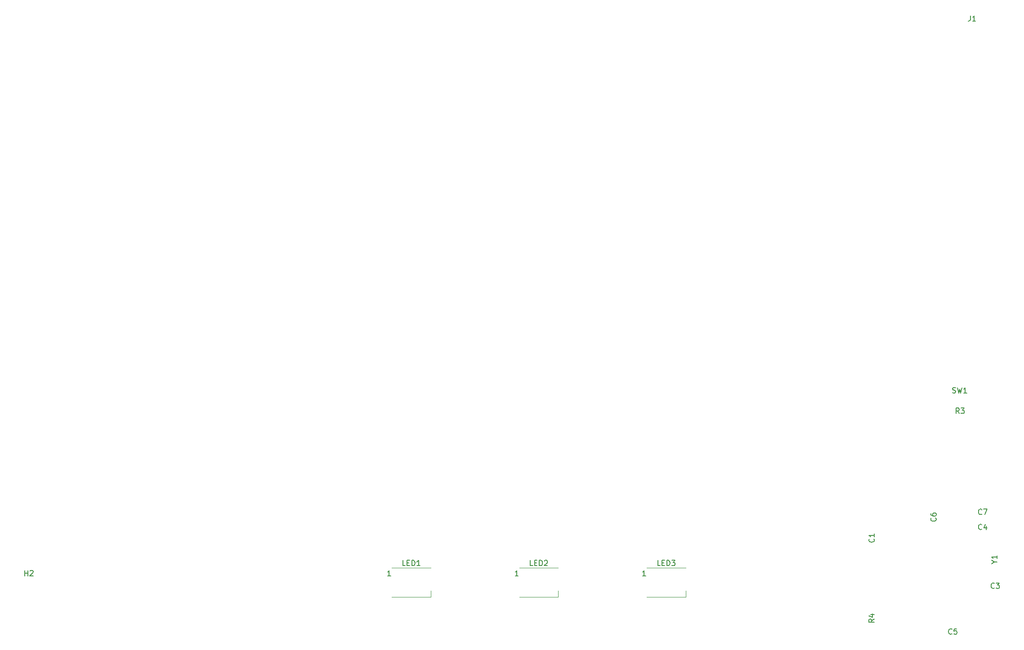
<source format=gbr>
%TF.GenerationSoftware,KiCad,Pcbnew,(6.99.0-5015-g618347ef50-dirty)*%
%TF.CreationDate,2022-12-25T02:45:33-05:00*%
%TF.ProjectId,necpc8801mkiisr,6e656370-6338-4383-9031-6d6b69697372,rev?*%
%TF.SameCoordinates,Original*%
%TF.FileFunction,Legend,Top*%
%TF.FilePolarity,Positive*%
%FSLAX46Y46*%
G04 Gerber Fmt 4.6, Leading zero omitted, Abs format (unit mm)*
G04 Created by KiCad (PCBNEW (6.99.0-5015-g618347ef50-dirty)) date 2022-12-25 02:45:33*
%MOMM*%
%LPD*%
G01*
G04 APERTURE LIST*
%ADD10C,0.150000*%
%ADD11C,0.120000*%
%ADD12R,1.500000X1.000000*%
%ADD13O,1.070000X1.800000*%
%ADD14R,1.070000X1.800000*%
%ADD15C,5.400000*%
%ADD16C,1.750000*%
%ADD17C,3.987800*%
%TA.AperFunction,Profile*%
%ADD18C,0.150000*%
%TD*%
%TA.AperFunction,Profile*%
%ADD19C,0.050000*%
%TD*%
G04 APERTURE END LIST*
D10*
%TO.C,LED1*%
X196980952Y-111492380D02*
X196504762Y-111492380D01*
X196504762Y-111492380D02*
X196504762Y-110492380D01*
X197314286Y-110968571D02*
X197647619Y-110968571D01*
X197790476Y-111492380D02*
X197314286Y-111492380D01*
X197314286Y-111492380D02*
X197314286Y-110492380D01*
X197314286Y-110492380D02*
X197790476Y-110492380D01*
X198219048Y-111492380D02*
X198219048Y-110492380D01*
X198219048Y-110492380D02*
X198457143Y-110492380D01*
X198457143Y-110492380D02*
X198600000Y-110540000D01*
X198600000Y-110540000D02*
X198695238Y-110635238D01*
X198695238Y-110635238D02*
X198742857Y-110730476D01*
X198742857Y-110730476D02*
X198790476Y-110920952D01*
X198790476Y-110920952D02*
X198790476Y-111063809D01*
X198790476Y-111063809D02*
X198742857Y-111254285D01*
X198742857Y-111254285D02*
X198695238Y-111349523D01*
X198695238Y-111349523D02*
X198600000Y-111444761D01*
X198600000Y-111444761D02*
X198457143Y-111492380D01*
X198457143Y-111492380D02*
X198219048Y-111492380D01*
X199742857Y-111492380D02*
X199171429Y-111492380D01*
X199457143Y-111492380D02*
X199457143Y-110492380D01*
X199457143Y-110492380D02*
X199361905Y-110635238D01*
X199361905Y-110635238D02*
X199266667Y-110730476D01*
X199266667Y-110730476D02*
X199171429Y-110778095D01*
X194235714Y-113392380D02*
X193664286Y-113392380D01*
X193950000Y-113392380D02*
X193950000Y-112392380D01*
X193950000Y-112392380D02*
X193854762Y-112535238D01*
X193854762Y-112535238D02*
X193759524Y-112630476D01*
X193759524Y-112630476D02*
X193664286Y-112678095D01*
%TO.C,LED2*%
X220980952Y-111492380D02*
X220504762Y-111492380D01*
X220504762Y-111492380D02*
X220504762Y-110492380D01*
X221314286Y-110968571D02*
X221647619Y-110968571D01*
X221790476Y-111492380D02*
X221314286Y-111492380D01*
X221314286Y-111492380D02*
X221314286Y-110492380D01*
X221314286Y-110492380D02*
X221790476Y-110492380D01*
X222219048Y-111492380D02*
X222219048Y-110492380D01*
X222219048Y-110492380D02*
X222457143Y-110492380D01*
X222457143Y-110492380D02*
X222600000Y-110540000D01*
X222600000Y-110540000D02*
X222695238Y-110635238D01*
X222695238Y-110635238D02*
X222742857Y-110730476D01*
X222742857Y-110730476D02*
X222790476Y-110920952D01*
X222790476Y-110920952D02*
X222790476Y-111063809D01*
X222790476Y-111063809D02*
X222742857Y-111254285D01*
X222742857Y-111254285D02*
X222695238Y-111349523D01*
X222695238Y-111349523D02*
X222600000Y-111444761D01*
X222600000Y-111444761D02*
X222457143Y-111492380D01*
X222457143Y-111492380D02*
X222219048Y-111492380D01*
X223171429Y-110587619D02*
X223219048Y-110540000D01*
X223219048Y-110540000D02*
X223314286Y-110492380D01*
X223314286Y-110492380D02*
X223552381Y-110492380D01*
X223552381Y-110492380D02*
X223647619Y-110540000D01*
X223647619Y-110540000D02*
X223695238Y-110587619D01*
X223695238Y-110587619D02*
X223742857Y-110682857D01*
X223742857Y-110682857D02*
X223742857Y-110778095D01*
X223742857Y-110778095D02*
X223695238Y-110920952D01*
X223695238Y-110920952D02*
X223123810Y-111492380D01*
X223123810Y-111492380D02*
X223742857Y-111492380D01*
X218235714Y-113392380D02*
X217664286Y-113392380D01*
X217950000Y-113392380D02*
X217950000Y-112392380D01*
X217950000Y-112392380D02*
X217854762Y-112535238D01*
X217854762Y-112535238D02*
X217759524Y-112630476D01*
X217759524Y-112630476D02*
X217664286Y-112678095D01*
%TO.C,LED3*%
X244980952Y-111492380D02*
X244504762Y-111492380D01*
X244504762Y-111492380D02*
X244504762Y-110492380D01*
X245314286Y-110968571D02*
X245647619Y-110968571D01*
X245790476Y-111492380D02*
X245314286Y-111492380D01*
X245314286Y-111492380D02*
X245314286Y-110492380D01*
X245314286Y-110492380D02*
X245790476Y-110492380D01*
X246219048Y-111492380D02*
X246219048Y-110492380D01*
X246219048Y-110492380D02*
X246457143Y-110492380D01*
X246457143Y-110492380D02*
X246600000Y-110540000D01*
X246600000Y-110540000D02*
X246695238Y-110635238D01*
X246695238Y-110635238D02*
X246742857Y-110730476D01*
X246742857Y-110730476D02*
X246790476Y-110920952D01*
X246790476Y-110920952D02*
X246790476Y-111063809D01*
X246790476Y-111063809D02*
X246742857Y-111254285D01*
X246742857Y-111254285D02*
X246695238Y-111349523D01*
X246695238Y-111349523D02*
X246600000Y-111444761D01*
X246600000Y-111444761D02*
X246457143Y-111492380D01*
X246457143Y-111492380D02*
X246219048Y-111492380D01*
X247123810Y-110492380D02*
X247742857Y-110492380D01*
X247742857Y-110492380D02*
X247409524Y-110873333D01*
X247409524Y-110873333D02*
X247552381Y-110873333D01*
X247552381Y-110873333D02*
X247647619Y-110920952D01*
X247647619Y-110920952D02*
X247695238Y-110968571D01*
X247695238Y-110968571D02*
X247742857Y-111063809D01*
X247742857Y-111063809D02*
X247742857Y-111301904D01*
X247742857Y-111301904D02*
X247695238Y-111397142D01*
X247695238Y-111397142D02*
X247647619Y-111444761D01*
X247647619Y-111444761D02*
X247552381Y-111492380D01*
X247552381Y-111492380D02*
X247266667Y-111492380D01*
X247266667Y-111492380D02*
X247171429Y-111444761D01*
X247171429Y-111444761D02*
X247123810Y-111397142D01*
X242235714Y-113392380D02*
X241664286Y-113392380D01*
X241950000Y-113392380D02*
X241950000Y-112392380D01*
X241950000Y-112392380D02*
X241854762Y-112535238D01*
X241854762Y-112535238D02*
X241759524Y-112630476D01*
X241759524Y-112630476D02*
X241664286Y-112678095D01*
%TO.C,H2*%
X125338095Y-113392380D02*
X125338095Y-112392380D01*
X125338095Y-112868571D02*
X125909523Y-112868571D01*
X125909523Y-113392380D02*
X125909523Y-112392380D01*
X126338095Y-112487619D02*
X126385714Y-112440000D01*
X126385714Y-112440000D02*
X126480952Y-112392380D01*
X126480952Y-112392380D02*
X126719047Y-112392380D01*
X126719047Y-112392380D02*
X126814285Y-112440000D01*
X126814285Y-112440000D02*
X126861904Y-112487619D01*
X126861904Y-112487619D02*
X126909523Y-112582857D01*
X126909523Y-112582857D02*
X126909523Y-112678095D01*
X126909523Y-112678095D02*
X126861904Y-112820952D01*
X126861904Y-112820952D02*
X126290476Y-113392380D01*
X126290476Y-113392380D02*
X126909523Y-113392380D01*
%TO.C,SW1*%
X300016667Y-78869761D02*
X300159524Y-78917380D01*
X300159524Y-78917380D02*
X300397619Y-78917380D01*
X300397619Y-78917380D02*
X300492857Y-78869761D01*
X300492857Y-78869761D02*
X300540476Y-78822142D01*
X300540476Y-78822142D02*
X300588095Y-78726904D01*
X300588095Y-78726904D02*
X300588095Y-78631666D01*
X300588095Y-78631666D02*
X300540476Y-78536428D01*
X300540476Y-78536428D02*
X300492857Y-78488809D01*
X300492857Y-78488809D02*
X300397619Y-78441190D01*
X300397619Y-78441190D02*
X300207143Y-78393571D01*
X300207143Y-78393571D02*
X300111905Y-78345952D01*
X300111905Y-78345952D02*
X300064286Y-78298333D01*
X300064286Y-78298333D02*
X300016667Y-78203095D01*
X300016667Y-78203095D02*
X300016667Y-78107857D01*
X300016667Y-78107857D02*
X300064286Y-78012619D01*
X300064286Y-78012619D02*
X300111905Y-77965000D01*
X300111905Y-77965000D02*
X300207143Y-77917380D01*
X300207143Y-77917380D02*
X300445238Y-77917380D01*
X300445238Y-77917380D02*
X300588095Y-77965000D01*
X300921429Y-77917380D02*
X301159524Y-78917380D01*
X301159524Y-78917380D02*
X301350000Y-78203095D01*
X301350000Y-78203095D02*
X301540476Y-78917380D01*
X301540476Y-78917380D02*
X301778572Y-77917380D01*
X302683333Y-78917380D02*
X302111905Y-78917380D01*
X302397619Y-78917380D02*
X302397619Y-77917380D01*
X302397619Y-77917380D02*
X302302381Y-78060238D01*
X302302381Y-78060238D02*
X302207143Y-78155476D01*
X302207143Y-78155476D02*
X302111905Y-78203095D01*
%TO.C,C1*%
X285174285Y-106446288D02*
X285221904Y-106493907D01*
X285221904Y-106493907D02*
X285269523Y-106636764D01*
X285269523Y-106636764D02*
X285269523Y-106732002D01*
X285269523Y-106732002D02*
X285221904Y-106874859D01*
X285221904Y-106874859D02*
X285126666Y-106970097D01*
X285126666Y-106970097D02*
X285031428Y-107017716D01*
X285031428Y-107017716D02*
X284840952Y-107065335D01*
X284840952Y-107065335D02*
X284698095Y-107065335D01*
X284698095Y-107065335D02*
X284507619Y-107017716D01*
X284507619Y-107017716D02*
X284412381Y-106970097D01*
X284412381Y-106970097D02*
X284317143Y-106874859D01*
X284317143Y-106874859D02*
X284269523Y-106732002D01*
X284269523Y-106732002D02*
X284269523Y-106636764D01*
X284269523Y-106636764D02*
X284317143Y-106493907D01*
X284317143Y-106493907D02*
X284364762Y-106446288D01*
X285269523Y-105493907D02*
X285269523Y-106065335D01*
X285269523Y-105779621D02*
X284269523Y-105779621D01*
X284269523Y-105779621D02*
X284412381Y-105874859D01*
X284412381Y-105874859D02*
X284507619Y-105970097D01*
X284507619Y-105970097D02*
X284555238Y-106065335D01*
%TO.C,C5*%
X299877476Y-124299764D02*
X299829857Y-124347383D01*
X299829857Y-124347383D02*
X299687000Y-124395002D01*
X299687000Y-124395002D02*
X299591762Y-124395002D01*
X299591762Y-124395002D02*
X299448905Y-124347383D01*
X299448905Y-124347383D02*
X299353667Y-124252145D01*
X299353667Y-124252145D02*
X299306048Y-124156907D01*
X299306048Y-124156907D02*
X299258429Y-123966431D01*
X299258429Y-123966431D02*
X299258429Y-123823574D01*
X299258429Y-123823574D02*
X299306048Y-123633098D01*
X299306048Y-123633098D02*
X299353667Y-123537860D01*
X299353667Y-123537860D02*
X299448905Y-123442622D01*
X299448905Y-123442622D02*
X299591762Y-123395002D01*
X299591762Y-123395002D02*
X299687000Y-123395002D01*
X299687000Y-123395002D02*
X299829857Y-123442622D01*
X299829857Y-123442622D02*
X299877476Y-123490241D01*
X300782238Y-123395002D02*
X300306048Y-123395002D01*
X300306048Y-123395002D02*
X300258429Y-123871193D01*
X300258429Y-123871193D02*
X300306048Y-123823574D01*
X300306048Y-123823574D02*
X300401286Y-123775955D01*
X300401286Y-123775955D02*
X300639381Y-123775955D01*
X300639381Y-123775955D02*
X300734619Y-123823574D01*
X300734619Y-123823574D02*
X300782238Y-123871193D01*
X300782238Y-123871193D02*
X300829857Y-123966431D01*
X300829857Y-123966431D02*
X300829857Y-124204526D01*
X300829857Y-124204526D02*
X300782238Y-124299764D01*
X300782238Y-124299764D02*
X300734619Y-124347383D01*
X300734619Y-124347383D02*
X300639381Y-124395002D01*
X300639381Y-124395002D02*
X300401286Y-124395002D01*
X300401286Y-124395002D02*
X300306048Y-124347383D01*
X300306048Y-124347383D02*
X300258429Y-124299764D01*
%TO.C,C6*%
X296811765Y-102510433D02*
X296859384Y-102558052D01*
X296859384Y-102558052D02*
X296907003Y-102700909D01*
X296907003Y-102700909D02*
X296907003Y-102796147D01*
X296907003Y-102796147D02*
X296859384Y-102939004D01*
X296859384Y-102939004D02*
X296764146Y-103034242D01*
X296764146Y-103034242D02*
X296668908Y-103081861D01*
X296668908Y-103081861D02*
X296478432Y-103129480D01*
X296478432Y-103129480D02*
X296335575Y-103129480D01*
X296335575Y-103129480D02*
X296145099Y-103081861D01*
X296145099Y-103081861D02*
X296049861Y-103034242D01*
X296049861Y-103034242D02*
X295954623Y-102939004D01*
X295954623Y-102939004D02*
X295907003Y-102796147D01*
X295907003Y-102796147D02*
X295907003Y-102700909D01*
X295907003Y-102700909D02*
X295954623Y-102558052D01*
X295954623Y-102558052D02*
X296002242Y-102510433D01*
X295907003Y-101653290D02*
X295907003Y-101843766D01*
X295907003Y-101843766D02*
X295954623Y-101939004D01*
X295954623Y-101939004D02*
X296002242Y-101986623D01*
X296002242Y-101986623D02*
X296145099Y-102081861D01*
X296145099Y-102081861D02*
X296335575Y-102129480D01*
X296335575Y-102129480D02*
X296716527Y-102129480D01*
X296716527Y-102129480D02*
X296811765Y-102081861D01*
X296811765Y-102081861D02*
X296859384Y-102034242D01*
X296859384Y-102034242D02*
X296907003Y-101939004D01*
X296907003Y-101939004D02*
X296907003Y-101748528D01*
X296907003Y-101748528D02*
X296859384Y-101653290D01*
X296859384Y-101653290D02*
X296811765Y-101605671D01*
X296811765Y-101605671D02*
X296716527Y-101558052D01*
X296716527Y-101558052D02*
X296478432Y-101558052D01*
X296478432Y-101558052D02*
X296383194Y-101605671D01*
X296383194Y-101605671D02*
X296335575Y-101653290D01*
X296335575Y-101653290D02*
X296287956Y-101748528D01*
X296287956Y-101748528D02*
X296287956Y-101939004D01*
X296287956Y-101939004D02*
X296335575Y-102034242D01*
X296335575Y-102034242D02*
X296383194Y-102081861D01*
X296383194Y-102081861D02*
X296478432Y-102129480D01*
%TO.C,C7*%
X305517833Y-101740142D02*
X305470214Y-101787761D01*
X305470214Y-101787761D02*
X305327357Y-101835380D01*
X305327357Y-101835380D02*
X305232119Y-101835380D01*
X305232119Y-101835380D02*
X305089262Y-101787761D01*
X305089262Y-101787761D02*
X304994024Y-101692523D01*
X304994024Y-101692523D02*
X304946405Y-101597285D01*
X304946405Y-101597285D02*
X304898786Y-101406809D01*
X304898786Y-101406809D02*
X304898786Y-101263952D01*
X304898786Y-101263952D02*
X304946405Y-101073476D01*
X304946405Y-101073476D02*
X304994024Y-100978238D01*
X304994024Y-100978238D02*
X305089262Y-100883000D01*
X305089262Y-100883000D02*
X305232119Y-100835380D01*
X305232119Y-100835380D02*
X305327357Y-100835380D01*
X305327357Y-100835380D02*
X305470214Y-100883000D01*
X305470214Y-100883000D02*
X305517833Y-100930619D01*
X305851167Y-100835380D02*
X306517833Y-100835380D01*
X306517833Y-100835380D02*
X306089262Y-101835380D01*
%TO.C,J1*%
X303341666Y-7847380D02*
X303341666Y-8561666D01*
X303341666Y-8561666D02*
X303294047Y-8704523D01*
X303294047Y-8704523D02*
X303198809Y-8799761D01*
X303198809Y-8799761D02*
X303055952Y-8847380D01*
X303055952Y-8847380D02*
X302960714Y-8847380D01*
X304341666Y-8847380D02*
X303770238Y-8847380D01*
X304055952Y-8847380D02*
X304055952Y-7847380D01*
X304055952Y-7847380D02*
X303960714Y-7990238D01*
X303960714Y-7990238D02*
X303865476Y-8085476D01*
X303865476Y-8085476D02*
X303770238Y-8133095D01*
%TO.C,R3*%
X301258333Y-82792380D02*
X300925000Y-82316190D01*
X300686905Y-82792380D02*
X300686905Y-81792380D01*
X300686905Y-81792380D02*
X301067857Y-81792380D01*
X301067857Y-81792380D02*
X301163095Y-81840000D01*
X301163095Y-81840000D02*
X301210714Y-81887619D01*
X301210714Y-81887619D02*
X301258333Y-81982857D01*
X301258333Y-81982857D02*
X301258333Y-82125714D01*
X301258333Y-82125714D02*
X301210714Y-82220952D01*
X301210714Y-82220952D02*
X301163095Y-82268571D01*
X301163095Y-82268571D02*
X301067857Y-82316190D01*
X301067857Y-82316190D02*
X300686905Y-82316190D01*
X301591667Y-81792380D02*
X302210714Y-81792380D01*
X302210714Y-81792380D02*
X301877381Y-82173333D01*
X301877381Y-82173333D02*
X302020238Y-82173333D01*
X302020238Y-82173333D02*
X302115476Y-82220952D01*
X302115476Y-82220952D02*
X302163095Y-82268571D01*
X302163095Y-82268571D02*
X302210714Y-82363809D01*
X302210714Y-82363809D02*
X302210714Y-82601904D01*
X302210714Y-82601904D02*
X302163095Y-82697142D01*
X302163095Y-82697142D02*
X302115476Y-82744761D01*
X302115476Y-82744761D02*
X302020238Y-82792380D01*
X302020238Y-82792380D02*
X301734524Y-82792380D01*
X301734524Y-82792380D02*
X301639286Y-82744761D01*
X301639286Y-82744761D02*
X301591667Y-82697142D01*
%TO.C,R4*%
X285267380Y-121554166D02*
X284791190Y-121887499D01*
X285267380Y-122125594D02*
X284267380Y-122125594D01*
X284267380Y-122125594D02*
X284267380Y-121744642D01*
X284267380Y-121744642D02*
X284315000Y-121649404D01*
X284315000Y-121649404D02*
X284362619Y-121601785D01*
X284362619Y-121601785D02*
X284457857Y-121554166D01*
X284457857Y-121554166D02*
X284600714Y-121554166D01*
X284600714Y-121554166D02*
X284695952Y-121601785D01*
X284695952Y-121601785D02*
X284743571Y-121649404D01*
X284743571Y-121649404D02*
X284791190Y-121744642D01*
X284791190Y-121744642D02*
X284791190Y-122125594D01*
X284600714Y-120697023D02*
X285267380Y-120697023D01*
X284219761Y-120935118D02*
X284934047Y-121173213D01*
X284934047Y-121173213D02*
X284934047Y-120554166D01*
%TO.C,Y1*%
X307869440Y-110761690D02*
X308345630Y-110761690D01*
X307345630Y-111095023D02*
X307869440Y-110761690D01*
X307869440Y-110761690D02*
X307345630Y-110428357D01*
X308345630Y-109571214D02*
X308345630Y-110142642D01*
X308345630Y-109856928D02*
X307345630Y-109856928D01*
X307345630Y-109856928D02*
X307488488Y-109952166D01*
X307488488Y-109952166D02*
X307583726Y-110047404D01*
X307583726Y-110047404D02*
X307631345Y-110142642D01*
%TO.C,C3*%
X307873333Y-115667142D02*
X307825714Y-115714761D01*
X307825714Y-115714761D02*
X307682857Y-115762380D01*
X307682857Y-115762380D02*
X307587619Y-115762380D01*
X307587619Y-115762380D02*
X307444762Y-115714761D01*
X307444762Y-115714761D02*
X307349524Y-115619523D01*
X307349524Y-115619523D02*
X307301905Y-115524285D01*
X307301905Y-115524285D02*
X307254286Y-115333809D01*
X307254286Y-115333809D02*
X307254286Y-115190952D01*
X307254286Y-115190952D02*
X307301905Y-115000476D01*
X307301905Y-115000476D02*
X307349524Y-114905238D01*
X307349524Y-114905238D02*
X307444762Y-114810000D01*
X307444762Y-114810000D02*
X307587619Y-114762380D01*
X307587619Y-114762380D02*
X307682857Y-114762380D01*
X307682857Y-114762380D02*
X307825714Y-114810000D01*
X307825714Y-114810000D02*
X307873333Y-114857619D01*
X308206667Y-114762380D02*
X308825714Y-114762380D01*
X308825714Y-114762380D02*
X308492381Y-115143333D01*
X308492381Y-115143333D02*
X308635238Y-115143333D01*
X308635238Y-115143333D02*
X308730476Y-115190952D01*
X308730476Y-115190952D02*
X308778095Y-115238571D01*
X308778095Y-115238571D02*
X308825714Y-115333809D01*
X308825714Y-115333809D02*
X308825714Y-115571904D01*
X308825714Y-115571904D02*
X308778095Y-115667142D01*
X308778095Y-115667142D02*
X308730476Y-115714761D01*
X308730476Y-115714761D02*
X308635238Y-115762380D01*
X308635238Y-115762380D02*
X308349524Y-115762380D01*
X308349524Y-115762380D02*
X308254286Y-115714761D01*
X308254286Y-115714761D02*
X308206667Y-115667142D01*
%TO.C,C4*%
X305517833Y-104602642D02*
X305470214Y-104650261D01*
X305470214Y-104650261D02*
X305327357Y-104697880D01*
X305327357Y-104697880D02*
X305232119Y-104697880D01*
X305232119Y-104697880D02*
X305089262Y-104650261D01*
X305089262Y-104650261D02*
X304994024Y-104555023D01*
X304994024Y-104555023D02*
X304946405Y-104459785D01*
X304946405Y-104459785D02*
X304898786Y-104269309D01*
X304898786Y-104269309D02*
X304898786Y-104126452D01*
X304898786Y-104126452D02*
X304946405Y-103935976D01*
X304946405Y-103935976D02*
X304994024Y-103840738D01*
X304994024Y-103840738D02*
X305089262Y-103745500D01*
X305089262Y-103745500D02*
X305232119Y-103697880D01*
X305232119Y-103697880D02*
X305327357Y-103697880D01*
X305327357Y-103697880D02*
X305470214Y-103745500D01*
X305470214Y-103745500D02*
X305517833Y-103793119D01*
X306374976Y-104031214D02*
X306374976Y-104697880D01*
X306136881Y-103650261D02*
X305898786Y-104364547D01*
X305898786Y-104364547D02*
X306517833Y-104364547D01*
D11*
%TO.C,LED1*%
X194450000Y-111875000D02*
X201750000Y-111875000D01*
X194450000Y-117375000D02*
X201750000Y-117375000D01*
X201750000Y-117375000D02*
X201750000Y-116225000D01*
%TO.C,LED2*%
X218450000Y-111875000D02*
X225750000Y-111875000D01*
X218450000Y-117375000D02*
X225750000Y-117375000D01*
X225750000Y-117375000D02*
X225750000Y-116225000D01*
%TO.C,LED3*%
X242450000Y-111875000D02*
X249750000Y-111875000D01*
X242450000Y-117375000D02*
X249750000Y-117375000D01*
X249750000Y-117375000D02*
X249750000Y-116225000D01*
%TD*%
%LPC*%
D12*
%TO.C,LED1*%
X195649999Y-113024999D03*
D13*
X198734999Y-114624999D03*
D12*
X195649999Y-116224999D03*
D13*
X196194999Y-114624999D03*
D14*
X197464999Y-114624999D03*
D12*
X200549999Y-116224999D03*
D13*
X200004999Y-114624999D03*
D12*
X200549999Y-113024999D03*
%TD*%
%TO.C,LED2*%
X219649999Y-113024999D03*
D13*
X222734999Y-114624999D03*
D12*
X219649999Y-116224999D03*
D13*
X220194999Y-114624999D03*
D14*
X221464999Y-114624999D03*
D12*
X224549999Y-116224999D03*
D13*
X224004999Y-114624999D03*
D12*
X224549999Y-113024999D03*
%TD*%
%TO.C,LED3*%
X243649999Y-113024999D03*
D13*
X246734999Y-114624999D03*
D12*
X243649999Y-116224999D03*
D13*
X244194999Y-114624999D03*
D14*
X245464999Y-114624999D03*
D12*
X248549999Y-116224999D03*
D13*
X248004999Y-114624999D03*
D12*
X248549999Y-113024999D03*
%TD*%
D15*
%TO.C,H2*%
X126100000Y-116725000D03*
%TD*%
D16*
%TO.C,SW_STP_1*%
X6140000Y-12050000D03*
D17*
X11220000Y-12050000D03*
D16*
X16300000Y-12050000D03*
%TD*%
%TO.C,SW_KPMULT_1*%
X371120000Y-59550000D03*
D17*
X376200000Y-59550000D03*
D16*
X381280000Y-59550000D03*
%TD*%
%TO.C,SW_RLD_1*%
X281740000Y-12050000D03*
D17*
X286820000Y-12050000D03*
D16*
X291900000Y-12050000D03*
%TD*%
%TO.C,SW_LS2_1*%
X34640000Y-97550000D03*
D17*
X39720000Y-97550000D03*
D16*
X44800000Y-97550000D03*
%TD*%
%TO.C,SW_F3_1*%
X143940000Y-12050000D03*
D17*
X149020000Y-12050000D03*
D16*
X154100000Y-12050000D03*
%TD*%
%TO.C,SW_KP2_1*%
X333120000Y-97550000D03*
D17*
X338200000Y-97550000D03*
D16*
X343280000Y-97550000D03*
%TD*%
%TO.C,SW_WE_1*%
X253140000Y-78550000D03*
D17*
X258220000Y-78550000D03*
D16*
X263300000Y-78550000D03*
%TD*%
%TO.C,SW_F5_1*%
X219940000Y-12050000D03*
D17*
X225020000Y-12050000D03*
D16*
X230100000Y-12050000D03*
%TD*%
%TO.C,SW_LT_1*%
X186640000Y-97550000D03*
D17*
X191720000Y-97550000D03*
D16*
X196800000Y-97550000D03*
%TD*%
%TO.C,SW_KP4_1*%
X314120000Y-78550000D03*
D17*
X319200000Y-78550000D03*
D16*
X324280000Y-78550000D03*
%TD*%
%TO.C,SW_CAR_1*%
X239120000Y-40550000D03*
D17*
X244200000Y-40550000D03*
D16*
X249280000Y-40550000D03*
%TD*%
%TO.C,SW_SUP_1*%
X53640000Y-116650000D03*
D17*
X58720000Y-116650000D03*
D16*
X63800000Y-116650000D03*
%TD*%
%TO.C,SW_RLU_1*%
X262740000Y-12050000D03*
D17*
X267820000Y-12050000D03*
D16*
X272900000Y-12050000D03*
%TD*%
%TO.C,SW_DEL_1*%
X279495000Y-40550000D03*
D17*
X284575000Y-40550000D03*
D16*
X289655000Y-40550000D03*
%TD*%
%TO.C,SW_J_1*%
X158140000Y-78550000D03*
D17*
X163220000Y-78550000D03*
D16*
X168300000Y-78550000D03*
%TD*%
%TO.C,SW_KPEQ_1*%
X371120000Y-97550000D03*
D17*
X376200000Y-97550000D03*
D16*
X381280000Y-97550000D03*
%TD*%
%TO.C,SW_KP3_1*%
X352120000Y-97550000D03*
D17*
X357200000Y-97550000D03*
D16*
X362280000Y-97550000D03*
%TD*%
%TO.C,SW_K_1*%
X177140000Y-78550000D03*
D17*
X182220000Y-78550000D03*
D16*
X187300000Y-78550000D03*
%TD*%
%TO.C,SW_SP2_1*%
X167640000Y-116650000D03*
D17*
X172720000Y-116650000D03*
D16*
X177800000Y-116650000D03*
%TD*%
%TO.C,SW_F1_1*%
X67940000Y-12050000D03*
D17*
X73020000Y-12050000D03*
D16*
X78100000Y-12050000D03*
%TD*%
%TO.C,SW_CPY_1*%
X25140000Y-12050000D03*
D17*
X30220000Y-12050000D03*
D16*
X35300000Y-12050000D03*
%TD*%
%TO.C,SW_SP1_1*%
X148640000Y-116650000D03*
D17*
X153720000Y-116650000D03*
D16*
X158800000Y-116650000D03*
%TD*%
%TO.C,SW_D_1*%
X82140000Y-78550000D03*
D17*
X87220000Y-78550000D03*
D16*
X92300000Y-78550000D03*
%TD*%
%TO.C,SW_A_1*%
X44140000Y-78550000D03*
D17*
X49220000Y-78550000D03*
D16*
X54300000Y-78550000D03*
%TD*%
%TO.C,SW_KPPER_1*%
X352120000Y-116550000D03*
D17*
X357200000Y-116550000D03*
D16*
X362280000Y-116550000D03*
%TD*%
%TO.C,SW_6_1*%
X125120000Y-40550000D03*
D17*
X130200000Y-40550000D03*
D16*
X135280000Y-40550000D03*
%TD*%
%TO.C,SW_KP6_1*%
X352120000Y-78550000D03*
D17*
X357200000Y-78550000D03*
D16*
X362280000Y-78550000D03*
%TD*%
%TO.C,SW_9_1*%
X182120000Y-40550000D03*
D17*
X187200000Y-40550000D03*
D16*
X192280000Y-40550000D03*
%TD*%
%TO.C,SW_CTRL_1*%
X6140000Y-78550000D03*
D17*
X11220000Y-78550000D03*
D16*
X16300000Y-78550000D03*
%TD*%
%TO.C,SW_KP7_1*%
X314120000Y-59550000D03*
D17*
X319200000Y-59550000D03*
D16*
X324280000Y-59550000D03*
%TD*%
%TO.C,SW_F4_1*%
X181940000Y-12050000D03*
D17*
X187020000Y-12050000D03*
D16*
X192100000Y-12050000D03*
%TD*%
%TO.C,SW_S_1*%
X63140000Y-78550000D03*
D17*
X68220000Y-78550000D03*
D16*
X73300000Y-78550000D03*
%TD*%
%TO.C,SW_KPHELP1*%
X333120000Y-40550000D03*
D17*
X338200000Y-40550000D03*
D16*
X343280000Y-40550000D03*
%TD*%
%TO.C,SW_2_1*%
X49120000Y-40550000D03*
D17*
X54200000Y-40550000D03*
D16*
X59280000Y-40550000D03*
%TD*%
%TO.C,SW_W_1*%
X58290000Y-59525000D03*
D17*
X63370000Y-59525000D03*
D16*
X68450000Y-59525000D03*
%TD*%
%TO.C,SW_X_1*%
X72640000Y-97550000D03*
D17*
X77720000Y-97550000D03*
D16*
X82800000Y-97550000D03*
%TD*%
%TO.C,SW_G_1*%
X120140000Y-78550000D03*
D17*
X125220000Y-78550000D03*
D16*
X130300000Y-78550000D03*
%TD*%
%TO.C,SW_E_1*%
X77290000Y-59525000D03*
D17*
X82370000Y-59525000D03*
D16*
X87450000Y-59525000D03*
%TD*%
%TO.C,SW_5_1*%
X106120000Y-40550000D03*
D17*
X111200000Y-40550000D03*
D16*
X116280000Y-40550000D03*
%TD*%
%TO.C,SW_I_1*%
X172290000Y-59525000D03*
D17*
X177370000Y-59525000D03*
D16*
X182450000Y-59525000D03*
%TD*%
%TO.C,SW_1_1*%
X30120000Y-40550000D03*
D17*
X35200000Y-40550000D03*
D16*
X40280000Y-40550000D03*
%TD*%
%TO.C,SW_AMG_1*%
X243640000Y-97550000D03*
D17*
X248720000Y-97550000D03*
D16*
X253800000Y-97550000D03*
%TD*%
%TO.C,SW_V_1*%
X110640000Y-97550000D03*
D17*
X115720000Y-97550000D03*
D16*
X120800000Y-97550000D03*
%TD*%
%TO.C,SW_L_1*%
X196140000Y-78550000D03*
D17*
X201220000Y-78550000D03*
D16*
X206300000Y-78550000D03*
%TD*%
%TO.C,SW_YEN_1*%
X258120000Y-40550000D03*
D17*
X263200000Y-40550000D03*
D16*
X268280000Y-40550000D03*
%TD*%
%TO.C,SW_M_1*%
X167640000Y-97550000D03*
D17*
X172720000Y-97550000D03*
D16*
X177800000Y-97550000D03*
%TD*%
%TO.C,SW_F2_1*%
X105940000Y-12050000D03*
D17*
X111020000Y-12050000D03*
D16*
X116100000Y-12050000D03*
%TD*%
%TO.C,SW_KP9_1*%
X352120000Y-59550000D03*
D17*
X357200000Y-59550000D03*
D16*
X362280000Y-59550000D03*
%TD*%
%TO.C,SW_KPHOME_1*%
X314120000Y-40550000D03*
D17*
X319200000Y-40550000D03*
D16*
X324280000Y-40550000D03*
%TD*%
%TO.C,SW_CAPS_1*%
X25140000Y-78550000D03*
D17*
X30220000Y-78550000D03*
D16*
X35300000Y-78550000D03*
%TD*%
%TO.C,SW_KPDIV_1*%
X371120000Y-40550000D03*
D17*
X376200000Y-40550000D03*
D16*
X381280000Y-40550000D03*
%TD*%
%TO.C,SW_C_1*%
X91640000Y-97550000D03*
D17*
X96720000Y-97550000D03*
D16*
X101800000Y-97550000D03*
%TD*%
%TO.C,SW_Q_1*%
X39290000Y-59525000D03*
D17*
X44370000Y-59525000D03*
D16*
X49450000Y-59525000D03*
%TD*%
%TO.C,SW_MN_1*%
X220120000Y-40550000D03*
D17*
X225200000Y-40550000D03*
D16*
X230280000Y-40550000D03*
%TD*%
%TO.C,SW_DOWN_1*%
X333120000Y-12050000D03*
D17*
X338200000Y-12050000D03*
D16*
X343280000Y-12050000D03*
%TD*%
%TO.C,SW_3_1*%
X68120000Y-40550000D03*
D17*
X73200000Y-40550000D03*
D16*
X78280000Y-40550000D03*
%TD*%
%TO.C,SW_AT_1*%
X229290000Y-59525000D03*
D17*
X234370000Y-59525000D03*
D16*
X239450000Y-59525000D03*
%TD*%
%TO.C,SW_GT_1*%
X205640000Y-97550000D03*
D17*
X210720000Y-97550000D03*
D16*
X215800000Y-97550000D03*
%TD*%
%TO.C,SW_Z_1*%
X53640000Y-97550000D03*
D17*
X58720000Y-97550000D03*
D16*
X63800000Y-97550000D03*
%TD*%
%TO.C,SW_O_1*%
X191290000Y-59525000D03*
D17*
X196370000Y-59525000D03*
D16*
X201450000Y-59525000D03*
%TD*%
%TO.C,SW_H_1*%
X139140000Y-78550000D03*
D17*
X144220000Y-78550000D03*
D16*
X149300000Y-78550000D03*
%TD*%
%TO.C,SW_FC_1*%
X248290000Y-59525000D03*
D17*
X253370000Y-59525000D03*
D16*
X258450000Y-59525000D03*
%TD*%
%TO.C,SW_KPENT_1*%
X371120000Y-116550000D03*
D17*
X376200000Y-116550000D03*
D16*
X381280000Y-116550000D03*
%TD*%
%TO.C,SW_B_1*%
X129640000Y-97550000D03*
D17*
X134720000Y-97550000D03*
D16*
X139800000Y-97550000D03*
%TD*%
%TO.C,SW_R_1*%
X96290000Y-59525000D03*
D17*
X101370000Y-59525000D03*
D16*
X106450000Y-59525000D03*
%TD*%
%TO.C,SW_0_1*%
X201120000Y-40550000D03*
D17*
X206200000Y-40550000D03*
D16*
X211280000Y-40550000D03*
%TD*%
%TO.C,SW_8_1*%
X163120000Y-40550000D03*
D17*
X168200000Y-40550000D03*
D16*
X173280000Y-40550000D03*
%TD*%
%TO.C,SW_RIGHT_1*%
X371120000Y-12050000D03*
D17*
X376200000Y-12050000D03*
D16*
X381280000Y-12050000D03*
%TD*%
%TO.C,SW_KP0_1*%
X314120000Y-116550000D03*
D17*
X319200000Y-116550000D03*
D16*
X324280000Y-116550000D03*
%TD*%
%TO.C,SW_Y_1*%
X134290000Y-59525000D03*
D17*
X139370000Y-59525000D03*
D16*
X144450000Y-59525000D03*
%TD*%
%TO.C,SW_RSH_1*%
X272140000Y-97550000D03*
D17*
X277220000Y-97550000D03*
D16*
X282300000Y-97550000D03*
%TD*%
%TO.C,SW_COL_1*%
X234140000Y-78550000D03*
D17*
X239220000Y-78550000D03*
D16*
X244300000Y-78550000D03*
%TD*%
%TO.C,SW_ED_1*%
X276890000Y-78550000D03*
D17*
X281970000Y-78550000D03*
D16*
X287050000Y-78550000D03*
%TD*%
%TO.C,SW_LS1_1*%
X6140000Y-97550000D03*
D17*
X11220000Y-97550000D03*
D16*
X16300000Y-97550000D03*
%TD*%
%TO.C,SW_4_1*%
X87120000Y-40550000D03*
D17*
X92200000Y-40550000D03*
D16*
X97280000Y-40550000D03*
%TD*%
%TO.C,SW_LEFT_1*%
X352120000Y-12050000D03*
D17*
X357200000Y-12050000D03*
D16*
X362280000Y-12050000D03*
%TD*%
%TO.C,SW_KPMIN_1*%
X352120000Y-40550000D03*
D17*
X357200000Y-40550000D03*
D16*
X362280000Y-40550000D03*
%TD*%
%TO.C,SW_U_1*%
X153290000Y-59525000D03*
D17*
X158370000Y-59525000D03*
D16*
X163450000Y-59525000D03*
%TD*%
%TO.C,SW_ET_1*%
X274415000Y-59525000D03*
D17*
X279495000Y-59525000D03*
D16*
X284575000Y-59525000D03*
%TD*%
%TO.C,SW_KPCOM_1*%
X333120000Y-116550000D03*
D17*
X338200000Y-116550000D03*
D16*
X343280000Y-116550000D03*
%TD*%
%TO.C,SW_KP5_1*%
X333120000Y-78550000D03*
D17*
X338200000Y-78550000D03*
D16*
X343280000Y-78550000D03*
%TD*%
%TO.C,SW_KP8_1*%
X333120000Y-59550000D03*
D17*
X338200000Y-59550000D03*
D16*
X343280000Y-59550000D03*
%TD*%
%TO.C,SW_T_1*%
X115290000Y-59525000D03*
D17*
X120370000Y-59525000D03*
D16*
X125450000Y-59525000D03*
%TD*%
%TO.C,SW_P_1*%
X210290000Y-59525000D03*
D17*
X215370000Y-59525000D03*
D16*
X220450000Y-59525000D03*
%TD*%
%TO.C,SW_KP1_1*%
X314120000Y-97550000D03*
D17*
X319200000Y-97550000D03*
D16*
X324280000Y-97550000D03*
%TD*%
%TO.C,SW_TAB_1*%
X13165000Y-59525000D03*
D17*
X18245000Y-59525000D03*
D16*
X23325000Y-59525000D03*
%TD*%
%TO.C,SW_UP_1*%
X314120000Y-12050000D03*
D17*
X319200000Y-12050000D03*
D16*
X324280000Y-12050000D03*
%TD*%
%TO.C,SW_ESC_1*%
X8420000Y-40550000D03*
D17*
X13500000Y-40550000D03*
D16*
X18580000Y-40550000D03*
%TD*%
%TO.C,SW_KPPLUS_1*%
X371120000Y-78550000D03*
D17*
X376200000Y-78550000D03*
D16*
X381280000Y-78550000D03*
%TD*%
%TO.C,SW_N_1*%
X148640000Y-97550000D03*
D17*
X153720000Y-97550000D03*
D16*
X158800000Y-97550000D03*
%TD*%
%TO.C,SW_7_1*%
X144120000Y-40550000D03*
D17*
X149200000Y-40550000D03*
D16*
X154280000Y-40550000D03*
%TD*%
%TO.C,SW_F_1*%
X101140000Y-78550000D03*
D17*
X106220000Y-78550000D03*
D16*
X111300000Y-78550000D03*
%TD*%
%TO.C,SW_SLS_1*%
X224640000Y-97550000D03*
D17*
X229720000Y-97550000D03*
D16*
X234800000Y-97550000D03*
%TD*%
%TO.C,SW_SMI_1*%
X215140000Y-78550000D03*
D17*
X220220000Y-78550000D03*
D16*
X225300000Y-78550000D03*
%TD*%
%TO.C,SW_ALT_1*%
X72640000Y-116650000D03*
D17*
X77720000Y-116650000D03*
D16*
X82800000Y-116650000D03*
%TD*%
D18*
X382934500Y-128030000D02*
G75*
G03*
X385982500Y-124982000I0J3048000D01*
G01*
X3034500Y-32000D02*
G75*
G03*
X-13500Y-3080000I2J-3048002D01*
G01*
X-13500Y-124982000D02*
G75*
G03*
X3034500Y-128030000I3048000J0D01*
G01*
D19*
X3034500Y-128030000D02*
X382934500Y-128030000D01*
X385982500Y-124982000D02*
X385982500Y-3080000D01*
X-13500Y-3080000D02*
X-13500Y-124982000D01*
X255507999Y-31999D02*
X3034500Y-32000D01*
X236507999Y-31999D02*
X382934500Y-32000D01*
X322312085Y-30600497D02*
G75*
G03*
X322312085Y-30600497I-1625192J0D01*
G01*
X149225192Y-26605000D02*
G75*
G03*
X149225192Y-26605000I-1625192J0D01*
G01*
X30725192Y-26605000D02*
G75*
G03*
X30725192Y-26605000I-1625192J0D01*
G01*
X322225192Y-96605000D02*
G75*
G03*
X322225192Y-96605000I-1625192J0D01*
G01*
D18*
X385982500Y-3080000D02*
G75*
G03*
X382934500Y-32000I-3048000J0D01*
G01*
D19*
X35225192Y-116605000D02*
G75*
G03*
X35225192Y-116605000I-1625192J0D01*
G01*
M02*

</source>
